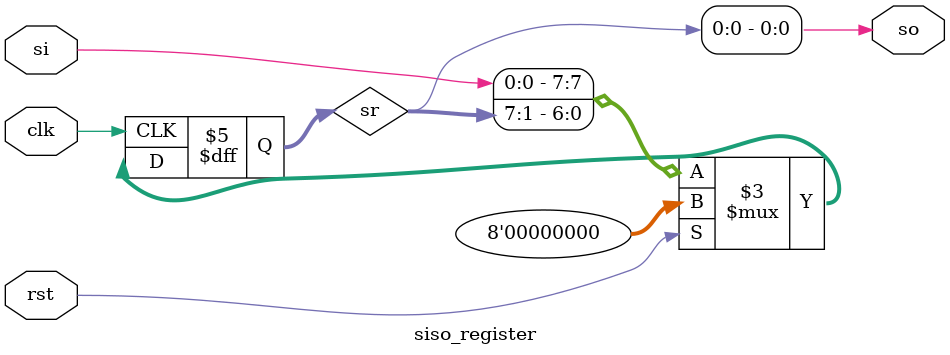
<source format=v>
module siso_register(so, clk, rst, si);
    input si, clk, rst;
    output so;
    reg [7:0] sr;
    always @(negedge clk) begin
        if (rst) sr <= 8'b0;
        else sr <= {si, sr[7:1]};
    end
    assign so = sr[0];
endmodule

</source>
